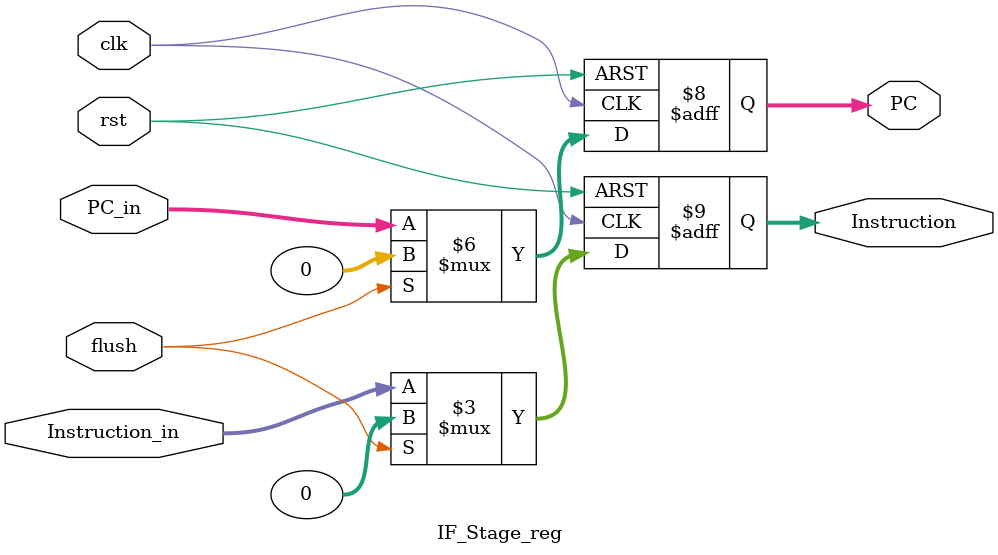
<source format=v>
module IF_Stage_reg
  (
    input clk,
    input rst,
    input[31:0] PC_in,
    input[31:0] Instruction_in,
    input flush,
    output reg[31:0] PC,
    output reg[31:0] Instruction

  );

  always @(posedge clk, posedge rst)
    begin
      if(rst)
			begin
          PC <= 32'b0;
          Instruction <= 32'b0;
			end
		else if(flush)begin 
			 PC <= 32'b0;
          Instruction <= 32'b0;
			end
      else
        begin
          PC <= PC_in;
          Instruction <= Instruction_in;
        end
    end
endmodule

</source>
